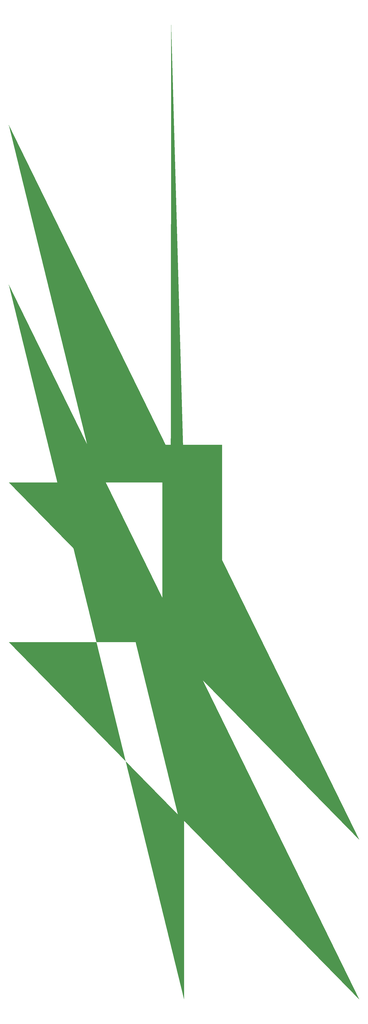
<source format=gbr>
%TF.GenerationSoftware,KiCad,Pcbnew,(6.0.4)*%
%TF.CreationDate,2023-05-30T00:27:57+09:00*%
%TF.ProjectId,Antenna,416e7465-6e6e-4612-9e6b-696361645f70,rev?*%
%TF.SameCoordinates,Original*%
%TF.FileFunction,Soldermask,Bot*%
%TF.FilePolarity,Negative*%
%FSLAX46Y46*%
G04 Gerber Fmt 4.6, Leading zero omitted, Abs format (unit mm)*
G04 Created by KiCad (PCBNEW (6.0.4)) date 2023-05-30 00:27:57*
%MOMM*%
%LPD*%
G01*
G04 APERTURE LIST*
G04 Aperture macros list*
%AMRoundRect*
0 Rectangle with rounded corners*
0 $1 Rounding radius*
0 $2 $3 $4 $5 $6 $7 $8 $9 X,Y pos of 4 corners*
0 Add a 4 corners polygon primitive as box body*
4,1,4,$2,$3,$4,$5,$6,$7,$8,$9,$2,$3,0*
0 Add four circle primitives for the rounded corners*
1,1,$1+$1,$2,$3*
1,1,$1+$1,$4,$5*
1,1,$1+$1,$6,$7*
1,1,$1+$1,$8,$9*
0 Add four rect primitives between the rounded corners*
20,1,$1+$1,$2,$3,$4,$5,0*
20,1,$1+$1,$4,$5,$6,$7,0*
20,1,$1+$1,$6,$7,$8,$9,0*
20,1,$1+$1,$8,$9,$2,$3,0*%
%AMFreePoly0*
4,1,61,3.223279,8.829715,3.566848,8.769135,3.901060,8.669078,4.221398,8.530898,4.523527,8.356463,4.803363,8.148133,5.057121,7.908725,5.281370,7.641476,5.473076,7.350000,5.629648,7.038239,5.748969,6.710410,5.829423,6.370945,5.869924,6.024434,5.875000,5.850000,5.875000,-5.850000,5.854715,-6.198279,5.794135,-6.541848,5.694078,-6.876060,5.555898,-7.196398,5.381463,-7.498527,
5.173133,-7.778363,4.933725,-8.032121,4.666476,-8.256370,4.375000,-8.448076,4.063239,-8.604648,3.735410,-8.723969,3.395945,-8.804423,3.049434,-8.844924,2.875000,-8.850000,-2.875000,-8.850000,-3.223279,-8.829715,-3.566848,-8.769135,-3.901060,-8.669078,-4.221398,-8.530898,-4.523527,-8.356463,-4.803363,-8.148133,-5.057121,-7.908725,-5.281370,-7.641476,-5.473076,-7.350000,-5.629648,-7.038239,
-5.748969,-6.710410,-5.829423,-6.370945,-5.869924,-6.024434,-5.875000,-5.850000,-5.875000,5.850000,-5.854715,6.198279,-5.794135,6.541848,-5.694078,6.876060,-5.555898,7.196398,-5.381463,7.498527,-5.173133,7.778363,-4.933725,8.032121,-4.666476,8.256370,-4.375000,8.448076,-4.063239,8.604648,-3.735410,8.723969,-3.395945,8.804423,-3.049434,8.844924,-2.875000,8.850000,2.875000,8.850000,
3.223279,8.829715,3.223279,8.829715,$1*%
G04 Aperture macros list end*
%ADD10C,2.700000*%
%ADD11RoundRect,3.000000X2.850000X-0.450000X2.850000X0.450000X-2.850000X0.450000X-2.850000X-0.450000X0*%
%ADD12RoundRect,3.000000X5.680000X-1.100000X5.680000X1.100000X-5.680000X1.100000X-5.680000X-1.100000X0*%
%ADD13FreePoly0,90.000000*%
%ADD14RoundRect,3.000000X5.850000X-2.875000X5.850000X2.875000X-5.850000X2.875000X-5.850000X-2.875000X0*%
%ADD15RoundRect,1.000000X2.850000X-0.450000X2.850000X0.450000X-2.850000X0.450000X-2.850000X-0.450000X0*%
G04 APERTURE END LIST*
G36*
X111556800Y-43053000D02*
G01*
X136448800Y-43053000D01*
X136448800Y-140944600D01*
X111556800Y-140944600D01*
X111556800Y-43053000D01*
G37*
G36*
X111556800Y-43053000D02*
G01*
X136448800Y-43053000D01*
X136448800Y-140944600D01*
X111556800Y-140944600D01*
X111556800Y-43053000D01*
G37*
D10*
%TO.C,H2*%
X134075000Y-65786000D03*
%TD*%
%TO.C,H1*%
X134075000Y-116128800D03*
%TD*%
D11*
%TO.C,AE1*%
X123601651Y-77650000D03*
X123601651Y-80750000D03*
D12*
X120771651Y-53850000D03*
D13*
X120601651Y-125125000D03*
D12*
X120771651Y-104650000D03*
D14*
X120601651Y-84075000D03*
X120601651Y-74325000D03*
D12*
X120771651Y-130000000D03*
D13*
X120601651Y-58725000D03*
D12*
X120771651Y-79200000D03*
D15*
X123601651Y-52300000D03*
D14*
X120601651Y-109525000D03*
D15*
X123601651Y-128450000D03*
D14*
X120601651Y-134875000D03*
X120601651Y-48975000D03*
D11*
X123601651Y-106200000D03*
D14*
X120601651Y-99775000D03*
D15*
X123601651Y-131550000D03*
X123601651Y-55400000D03*
D11*
X123601651Y-103100000D03*
%TD*%
M02*

</source>
